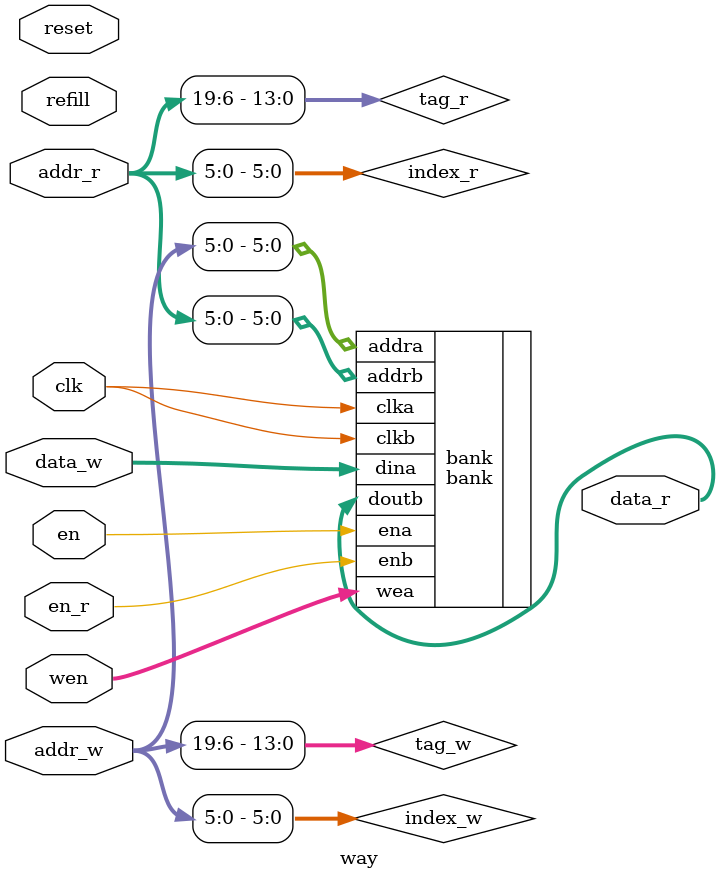
<source format=v>
module way(
    input wire clk,
    input wire reset,

    input wire refill,
    // write
    input wire en,
    input wire [31:0] addr_w,
    input wire [31:0] data_w,
    input wire [3:0]  wen,

    // read
    input wire en_r,
    input wire [31:0] addr_r,
    output wire [31:0] data_r
);


    wire [5:0] index_r, index_w;
    wire [13:0] tag_r, tag_w, tag_r0, tag_r1;
    assign {tag_r, index_r} = addr_r[19:0];
    assign {tag_w, index_w} = addr_w[19:0];

    bank bank (
        .addra      (index_w),
        .clka       (clk),
        .dina       (data_w),
        .ena        (en),
        .wea        (wen),

        .addrb      (index_r),
        .clkb       (clk),
        .doutb      (data_r),
        .enb        (en_r)
    );

endmodule
</source>
